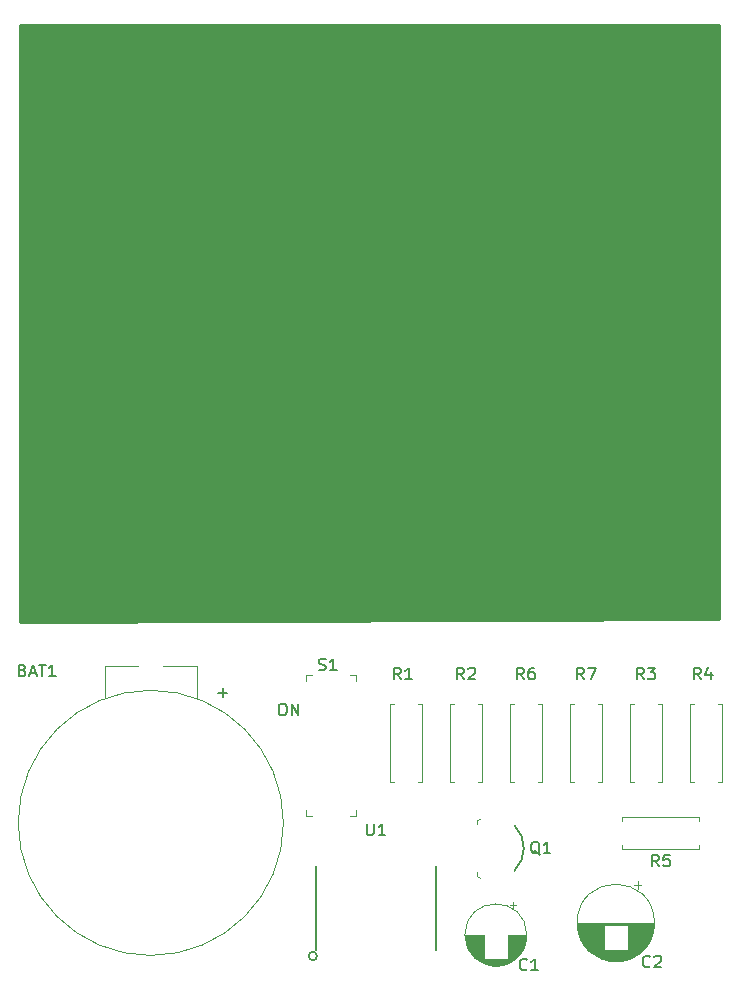
<source format=gto>
G04 #@! TF.GenerationSoftware,KiCad,Pcbnew,(5.1.5)-3*
G04 #@! TF.CreationDate,2020-05-01T19:17:31-04:00*
G04 #@! TF.ProjectId,555_Badge,3535355f-4261-4646-9765-2e6b69636164,v01*
G04 #@! TF.SameCoordinates,Original*
G04 #@! TF.FileFunction,Legend,Top*
G04 #@! TF.FilePolarity,Positive*
%FSLAX46Y46*%
G04 Gerber Fmt 4.6, Leading zero omitted, Abs format (unit mm)*
G04 Created by KiCad (PCBNEW (5.1.5)-3) date 2020-05-01 19:17:31*
%MOMM*%
%LPD*%
G04 APERTURE LIST*
%ADD10C,0.150000*%
%ADD11C,0.100000*%
%ADD12C,0.120000*%
%ADD13C,0.203200*%
%ADD14C,0.254000*%
G04 APERTURE END LIST*
D10*
X150764952Y-105878380D02*
X150955428Y-105878380D01*
X151050666Y-105926000D01*
X151145904Y-106021238D01*
X151193523Y-106211714D01*
X151193523Y-106545047D01*
X151145904Y-106735523D01*
X151050666Y-106830761D01*
X150955428Y-106878380D01*
X150764952Y-106878380D01*
X150669714Y-106830761D01*
X150574476Y-106735523D01*
X150526857Y-106545047D01*
X150526857Y-106211714D01*
X150574476Y-106021238D01*
X150669714Y-105926000D01*
X150764952Y-105878380D01*
X151622095Y-106878380D02*
X151622095Y-105878380D01*
X152193523Y-106878380D01*
X152193523Y-105878380D01*
X145415047Y-104973428D02*
X146176952Y-104973428D01*
X145796000Y-105354380D02*
X145796000Y-104592476D01*
D11*
X143611600Y-102666800D02*
X140766800Y-102666800D01*
X135788400Y-102666800D02*
X138633200Y-102666800D01*
X143611600Y-105410000D02*
X143611600Y-102666800D01*
X135788400Y-105410000D02*
X135788400Y-102666800D01*
X150926800Y-115976400D02*
G75*
G03X150926800Y-115976400I-11226800J0D01*
G01*
D12*
X171530000Y-125460000D02*
G75*
G03X171530000Y-125460000I-2620000J0D01*
G01*
X167870000Y-125460000D02*
X166330000Y-125460000D01*
X171490000Y-125460000D02*
X169950000Y-125460000D01*
X167870000Y-125500000D02*
X166330000Y-125500000D01*
X171490000Y-125500000D02*
X169950000Y-125500000D01*
X171489000Y-125540000D02*
X169950000Y-125540000D01*
X167870000Y-125540000D02*
X166331000Y-125540000D01*
X171488000Y-125580000D02*
X169950000Y-125580000D01*
X167870000Y-125580000D02*
X166332000Y-125580000D01*
X171486000Y-125620000D02*
X169950000Y-125620000D01*
X167870000Y-125620000D02*
X166334000Y-125620000D01*
X171483000Y-125660000D02*
X169950000Y-125660000D01*
X167870000Y-125660000D02*
X166337000Y-125660000D01*
X171479000Y-125700000D02*
X169950000Y-125700000D01*
X167870000Y-125700000D02*
X166341000Y-125700000D01*
X171475000Y-125740000D02*
X169950000Y-125740000D01*
X167870000Y-125740000D02*
X166345000Y-125740000D01*
X171471000Y-125780000D02*
X169950000Y-125780000D01*
X167870000Y-125780000D02*
X166349000Y-125780000D01*
X171466000Y-125820000D02*
X169950000Y-125820000D01*
X167870000Y-125820000D02*
X166354000Y-125820000D01*
X171460000Y-125860000D02*
X169950000Y-125860000D01*
X167870000Y-125860000D02*
X166360000Y-125860000D01*
X171453000Y-125900000D02*
X169950000Y-125900000D01*
X167870000Y-125900000D02*
X166367000Y-125900000D01*
X171446000Y-125940000D02*
X169950000Y-125940000D01*
X167870000Y-125940000D02*
X166374000Y-125940000D01*
X171438000Y-125980000D02*
X169950000Y-125980000D01*
X167870000Y-125980000D02*
X166382000Y-125980000D01*
X171430000Y-126020000D02*
X169950000Y-126020000D01*
X167870000Y-126020000D02*
X166390000Y-126020000D01*
X171421000Y-126060000D02*
X169950000Y-126060000D01*
X167870000Y-126060000D02*
X166399000Y-126060000D01*
X171411000Y-126100000D02*
X169950000Y-126100000D01*
X167870000Y-126100000D02*
X166409000Y-126100000D01*
X171401000Y-126140000D02*
X169950000Y-126140000D01*
X167870000Y-126140000D02*
X166419000Y-126140000D01*
X171390000Y-126181000D02*
X169950000Y-126181000D01*
X167870000Y-126181000D02*
X166430000Y-126181000D01*
X171378000Y-126221000D02*
X169950000Y-126221000D01*
X167870000Y-126221000D02*
X166442000Y-126221000D01*
X171365000Y-126261000D02*
X169950000Y-126261000D01*
X167870000Y-126261000D02*
X166455000Y-126261000D01*
X171352000Y-126301000D02*
X169950000Y-126301000D01*
X167870000Y-126301000D02*
X166468000Y-126301000D01*
X171338000Y-126341000D02*
X169950000Y-126341000D01*
X167870000Y-126341000D02*
X166482000Y-126341000D01*
X171324000Y-126381000D02*
X169950000Y-126381000D01*
X167870000Y-126381000D02*
X166496000Y-126381000D01*
X171308000Y-126421000D02*
X169950000Y-126421000D01*
X167870000Y-126421000D02*
X166512000Y-126421000D01*
X171292000Y-126461000D02*
X169950000Y-126461000D01*
X167870000Y-126461000D02*
X166528000Y-126461000D01*
X171275000Y-126501000D02*
X169950000Y-126501000D01*
X167870000Y-126501000D02*
X166545000Y-126501000D01*
X171258000Y-126541000D02*
X169950000Y-126541000D01*
X167870000Y-126541000D02*
X166562000Y-126541000D01*
X171239000Y-126581000D02*
X169950000Y-126581000D01*
X167870000Y-126581000D02*
X166581000Y-126581000D01*
X171220000Y-126621000D02*
X169950000Y-126621000D01*
X167870000Y-126621000D02*
X166600000Y-126621000D01*
X171200000Y-126661000D02*
X169950000Y-126661000D01*
X167870000Y-126661000D02*
X166620000Y-126661000D01*
X171178000Y-126701000D02*
X169950000Y-126701000D01*
X167870000Y-126701000D02*
X166642000Y-126701000D01*
X171157000Y-126741000D02*
X169950000Y-126741000D01*
X167870000Y-126741000D02*
X166663000Y-126741000D01*
X171134000Y-126781000D02*
X169950000Y-126781000D01*
X167870000Y-126781000D02*
X166686000Y-126781000D01*
X171110000Y-126821000D02*
X169950000Y-126821000D01*
X167870000Y-126821000D02*
X166710000Y-126821000D01*
X171085000Y-126861000D02*
X169950000Y-126861000D01*
X167870000Y-126861000D02*
X166735000Y-126861000D01*
X171059000Y-126901000D02*
X169950000Y-126901000D01*
X167870000Y-126901000D02*
X166761000Y-126901000D01*
X171032000Y-126941000D02*
X169950000Y-126941000D01*
X167870000Y-126941000D02*
X166788000Y-126941000D01*
X171005000Y-126981000D02*
X169950000Y-126981000D01*
X167870000Y-126981000D02*
X166815000Y-126981000D01*
X170975000Y-127021000D02*
X169950000Y-127021000D01*
X167870000Y-127021000D02*
X166845000Y-127021000D01*
X170945000Y-127061000D02*
X169950000Y-127061000D01*
X167870000Y-127061000D02*
X166875000Y-127061000D01*
X170914000Y-127101000D02*
X169950000Y-127101000D01*
X167870000Y-127101000D02*
X166906000Y-127101000D01*
X170881000Y-127141000D02*
X169950000Y-127141000D01*
X167870000Y-127141000D02*
X166939000Y-127141000D01*
X170847000Y-127181000D02*
X169950000Y-127181000D01*
X167870000Y-127181000D02*
X166973000Y-127181000D01*
X170811000Y-127221000D02*
X169950000Y-127221000D01*
X167870000Y-127221000D02*
X167009000Y-127221000D01*
X170774000Y-127261000D02*
X169950000Y-127261000D01*
X167870000Y-127261000D02*
X167046000Y-127261000D01*
X170736000Y-127301000D02*
X169950000Y-127301000D01*
X167870000Y-127301000D02*
X167084000Y-127301000D01*
X170695000Y-127341000D02*
X169950000Y-127341000D01*
X167870000Y-127341000D02*
X167125000Y-127341000D01*
X170653000Y-127381000D02*
X169950000Y-127381000D01*
X167870000Y-127381000D02*
X167167000Y-127381000D01*
X170609000Y-127421000D02*
X169950000Y-127421000D01*
X167870000Y-127421000D02*
X167211000Y-127421000D01*
X170563000Y-127461000D02*
X169950000Y-127461000D01*
X167870000Y-127461000D02*
X167257000Y-127461000D01*
X170515000Y-127501000D02*
X167305000Y-127501000D01*
X170464000Y-127541000D02*
X167356000Y-127541000D01*
X170410000Y-127581000D02*
X167410000Y-127581000D01*
X170353000Y-127621000D02*
X167467000Y-127621000D01*
X170293000Y-127661000D02*
X167527000Y-127661000D01*
X170229000Y-127701000D02*
X167591000Y-127701000D01*
X170161000Y-127741000D02*
X167659000Y-127741000D01*
X170088000Y-127781000D02*
X167732000Y-127781000D01*
X170008000Y-127821000D02*
X167812000Y-127821000D01*
X169921000Y-127861000D02*
X167899000Y-127861000D01*
X169825000Y-127901000D02*
X167995000Y-127901000D01*
X169715000Y-127941000D02*
X168105000Y-127941000D01*
X169587000Y-127981000D02*
X168233000Y-127981000D01*
X169428000Y-128021000D02*
X168392000Y-128021000D01*
X169194000Y-128061000D02*
X168626000Y-128061000D01*
X170385000Y-122655225D02*
X170385000Y-123155225D01*
X170635000Y-122905225D02*
X170135000Y-122905225D01*
X182340000Y-124440000D02*
G75*
G03X182340000Y-124440000I-3270000J0D01*
G01*
X182300000Y-124440000D02*
X175840000Y-124440000D01*
X182300000Y-124480000D02*
X175840000Y-124480000D01*
X182300000Y-124520000D02*
X175840000Y-124520000D01*
X182298000Y-124560000D02*
X175842000Y-124560000D01*
X182297000Y-124600000D02*
X175843000Y-124600000D01*
X182294000Y-124640000D02*
X175846000Y-124640000D01*
X182292000Y-124680000D02*
X180110000Y-124680000D01*
X178030000Y-124680000D02*
X175848000Y-124680000D01*
X182288000Y-124720000D02*
X180110000Y-124720000D01*
X178030000Y-124720000D02*
X175852000Y-124720000D01*
X182285000Y-124760000D02*
X180110000Y-124760000D01*
X178030000Y-124760000D02*
X175855000Y-124760000D01*
X182281000Y-124800000D02*
X180110000Y-124800000D01*
X178030000Y-124800000D02*
X175859000Y-124800000D01*
X182276000Y-124840000D02*
X180110000Y-124840000D01*
X178030000Y-124840000D02*
X175864000Y-124840000D01*
X182271000Y-124880000D02*
X180110000Y-124880000D01*
X178030000Y-124880000D02*
X175869000Y-124880000D01*
X182265000Y-124920000D02*
X180110000Y-124920000D01*
X178030000Y-124920000D02*
X175875000Y-124920000D01*
X182259000Y-124960000D02*
X180110000Y-124960000D01*
X178030000Y-124960000D02*
X175881000Y-124960000D01*
X182252000Y-125000000D02*
X180110000Y-125000000D01*
X178030000Y-125000000D02*
X175888000Y-125000000D01*
X182245000Y-125040000D02*
X180110000Y-125040000D01*
X178030000Y-125040000D02*
X175895000Y-125040000D01*
X182237000Y-125080000D02*
X180110000Y-125080000D01*
X178030000Y-125080000D02*
X175903000Y-125080000D01*
X182229000Y-125120000D02*
X180110000Y-125120000D01*
X178030000Y-125120000D02*
X175911000Y-125120000D01*
X182220000Y-125161000D02*
X180110000Y-125161000D01*
X178030000Y-125161000D02*
X175920000Y-125161000D01*
X182211000Y-125201000D02*
X180110000Y-125201000D01*
X178030000Y-125201000D02*
X175929000Y-125201000D01*
X182201000Y-125241000D02*
X180110000Y-125241000D01*
X178030000Y-125241000D02*
X175939000Y-125241000D01*
X182191000Y-125281000D02*
X180110000Y-125281000D01*
X178030000Y-125281000D02*
X175949000Y-125281000D01*
X182180000Y-125321000D02*
X180110000Y-125321000D01*
X178030000Y-125321000D02*
X175960000Y-125321000D01*
X182168000Y-125361000D02*
X180110000Y-125361000D01*
X178030000Y-125361000D02*
X175972000Y-125361000D01*
X182156000Y-125401000D02*
X180110000Y-125401000D01*
X178030000Y-125401000D02*
X175984000Y-125401000D01*
X182144000Y-125441000D02*
X180110000Y-125441000D01*
X178030000Y-125441000D02*
X175996000Y-125441000D01*
X182131000Y-125481000D02*
X180110000Y-125481000D01*
X178030000Y-125481000D02*
X176009000Y-125481000D01*
X182117000Y-125521000D02*
X180110000Y-125521000D01*
X178030000Y-125521000D02*
X176023000Y-125521000D01*
X182103000Y-125561000D02*
X180110000Y-125561000D01*
X178030000Y-125561000D02*
X176037000Y-125561000D01*
X182088000Y-125601000D02*
X180110000Y-125601000D01*
X178030000Y-125601000D02*
X176052000Y-125601000D01*
X182072000Y-125641000D02*
X180110000Y-125641000D01*
X178030000Y-125641000D02*
X176068000Y-125641000D01*
X182056000Y-125681000D02*
X180110000Y-125681000D01*
X178030000Y-125681000D02*
X176084000Y-125681000D01*
X182040000Y-125721000D02*
X180110000Y-125721000D01*
X178030000Y-125721000D02*
X176100000Y-125721000D01*
X182022000Y-125761000D02*
X180110000Y-125761000D01*
X178030000Y-125761000D02*
X176118000Y-125761000D01*
X182004000Y-125801000D02*
X180110000Y-125801000D01*
X178030000Y-125801000D02*
X176136000Y-125801000D01*
X181986000Y-125841000D02*
X180110000Y-125841000D01*
X178030000Y-125841000D02*
X176154000Y-125841000D01*
X181966000Y-125881000D02*
X180110000Y-125881000D01*
X178030000Y-125881000D02*
X176174000Y-125881000D01*
X181946000Y-125921000D02*
X180110000Y-125921000D01*
X178030000Y-125921000D02*
X176194000Y-125921000D01*
X181926000Y-125961000D02*
X180110000Y-125961000D01*
X178030000Y-125961000D02*
X176214000Y-125961000D01*
X181904000Y-126001000D02*
X180110000Y-126001000D01*
X178030000Y-126001000D02*
X176236000Y-126001000D01*
X181882000Y-126041000D02*
X180110000Y-126041000D01*
X178030000Y-126041000D02*
X176258000Y-126041000D01*
X181860000Y-126081000D02*
X180110000Y-126081000D01*
X178030000Y-126081000D02*
X176280000Y-126081000D01*
X181836000Y-126121000D02*
X180110000Y-126121000D01*
X178030000Y-126121000D02*
X176304000Y-126121000D01*
X181812000Y-126161000D02*
X180110000Y-126161000D01*
X178030000Y-126161000D02*
X176328000Y-126161000D01*
X181786000Y-126201000D02*
X180110000Y-126201000D01*
X178030000Y-126201000D02*
X176354000Y-126201000D01*
X181760000Y-126241000D02*
X180110000Y-126241000D01*
X178030000Y-126241000D02*
X176380000Y-126241000D01*
X181734000Y-126281000D02*
X180110000Y-126281000D01*
X178030000Y-126281000D02*
X176406000Y-126281000D01*
X181706000Y-126321000D02*
X180110000Y-126321000D01*
X178030000Y-126321000D02*
X176434000Y-126321000D01*
X181677000Y-126361000D02*
X180110000Y-126361000D01*
X178030000Y-126361000D02*
X176463000Y-126361000D01*
X181648000Y-126401000D02*
X180110000Y-126401000D01*
X178030000Y-126401000D02*
X176492000Y-126401000D01*
X181618000Y-126441000D02*
X180110000Y-126441000D01*
X178030000Y-126441000D02*
X176522000Y-126441000D01*
X181586000Y-126481000D02*
X180110000Y-126481000D01*
X178030000Y-126481000D02*
X176554000Y-126481000D01*
X181554000Y-126521000D02*
X180110000Y-126521000D01*
X178030000Y-126521000D02*
X176586000Y-126521000D01*
X181520000Y-126561000D02*
X180110000Y-126561000D01*
X178030000Y-126561000D02*
X176620000Y-126561000D01*
X181486000Y-126601000D02*
X180110000Y-126601000D01*
X178030000Y-126601000D02*
X176654000Y-126601000D01*
X181450000Y-126641000D02*
X180110000Y-126641000D01*
X178030000Y-126641000D02*
X176690000Y-126641000D01*
X181413000Y-126681000D02*
X180110000Y-126681000D01*
X178030000Y-126681000D02*
X176727000Y-126681000D01*
X181375000Y-126721000D02*
X180110000Y-126721000D01*
X178030000Y-126721000D02*
X176765000Y-126721000D01*
X181335000Y-126761000D02*
X176805000Y-126761000D01*
X181294000Y-126801000D02*
X176846000Y-126801000D01*
X181252000Y-126841000D02*
X176888000Y-126841000D01*
X181207000Y-126881000D02*
X176933000Y-126881000D01*
X181162000Y-126921000D02*
X176978000Y-126921000D01*
X181114000Y-126961000D02*
X177026000Y-126961000D01*
X181065000Y-127001000D02*
X177075000Y-127001000D01*
X181014000Y-127041000D02*
X177126000Y-127041000D01*
X180960000Y-127081000D02*
X177180000Y-127081000D01*
X180904000Y-127121000D02*
X177236000Y-127121000D01*
X180846000Y-127161000D02*
X177294000Y-127161000D01*
X180784000Y-127201000D02*
X177356000Y-127201000D01*
X180720000Y-127241000D02*
X177420000Y-127241000D01*
X180651000Y-127281000D02*
X177489000Y-127281000D01*
X180579000Y-127321000D02*
X177561000Y-127321000D01*
X180502000Y-127361000D02*
X177638000Y-127361000D01*
X180420000Y-127401000D02*
X177720000Y-127401000D01*
X180332000Y-127441000D02*
X177808000Y-127441000D01*
X180235000Y-127481000D02*
X177905000Y-127481000D01*
X180129000Y-127521000D02*
X178011000Y-127521000D01*
X180010000Y-127561000D02*
X178130000Y-127561000D01*
X179872000Y-127601000D02*
X178268000Y-127601000D01*
X179703000Y-127641000D02*
X178437000Y-127641000D01*
X179472000Y-127681000D02*
X178668000Y-127681000D01*
X180909000Y-120939759D02*
X180909000Y-121569759D01*
X181224000Y-121254759D02*
X180594000Y-121254759D01*
X139891392Y-63097665D02*
G75*
G03X139734484Y-66330000I1078608J-1672335D01*
G01*
X142048608Y-63097665D02*
G75*
G02X142205516Y-66330000I-1078608J-1672335D01*
G01*
X139890163Y-63728870D02*
G75*
G03X139890000Y-65810961I1079837J-1041130D01*
G01*
X142049837Y-63728870D02*
G75*
G02X142050000Y-65810961I-1079837J-1041130D01*
G01*
X139734000Y-66330000D02*
X139890000Y-66330000D01*
X142050000Y-66330000D02*
X142206000Y-66330000D01*
X176340000Y-66330000D02*
X176496000Y-66330000D01*
X174024000Y-66330000D02*
X174180000Y-66330000D01*
X176339837Y-63728870D02*
G75*
G02X176340000Y-65810961I-1079837J-1041130D01*
G01*
X174180163Y-63728870D02*
G75*
G03X174180000Y-65810961I1079837J-1041130D01*
G01*
X176338608Y-63097665D02*
G75*
G02X176495516Y-66330000I-1078608J-1672335D01*
G01*
X174181392Y-63097665D02*
G75*
G03X174024484Y-66330000I1078608J-1672335D01*
G01*
D10*
X170460000Y-120060000D02*
G75*
G03X170510000Y-116210000I-1900000J1950000D01*
G01*
D11*
X167310000Y-120460000D02*
X167610000Y-120610000D01*
X167310000Y-120460000D02*
X167310000Y-120160000D01*
X167310000Y-116060000D02*
X167310000Y-115760000D01*
X167310000Y-115760000D02*
X167610000Y-115610000D01*
D12*
X160250000Y-112490000D02*
X159920000Y-112490000D01*
X159920000Y-112490000D02*
X159920000Y-105950000D01*
X159920000Y-105950000D02*
X160250000Y-105950000D01*
X162330000Y-112490000D02*
X162660000Y-112490000D01*
X162660000Y-112490000D02*
X162660000Y-105950000D01*
X162660000Y-105950000D02*
X162330000Y-105950000D01*
X167740000Y-105950000D02*
X167410000Y-105950000D01*
X167740000Y-112490000D02*
X167740000Y-105950000D01*
X167410000Y-112490000D02*
X167740000Y-112490000D01*
X165000000Y-105950000D02*
X165330000Y-105950000D01*
X165000000Y-112490000D02*
X165000000Y-105950000D01*
X165330000Y-112490000D02*
X165000000Y-112490000D01*
X180570000Y-112490000D02*
X180240000Y-112490000D01*
X180240000Y-112490000D02*
X180240000Y-105950000D01*
X180240000Y-105950000D02*
X180570000Y-105950000D01*
X182650000Y-112490000D02*
X182980000Y-112490000D01*
X182980000Y-112490000D02*
X182980000Y-105950000D01*
X182980000Y-105950000D02*
X182650000Y-105950000D01*
X187730000Y-105950000D02*
X188060000Y-105950000D01*
X188060000Y-105950000D02*
X188060000Y-112490000D01*
X188060000Y-112490000D02*
X187730000Y-112490000D01*
X185650000Y-105950000D02*
X185320000Y-105950000D01*
X185320000Y-105950000D02*
X185320000Y-112490000D01*
X185320000Y-112490000D02*
X185650000Y-112490000D01*
X179610000Y-115470000D02*
X179610000Y-115800000D01*
X186150000Y-115470000D02*
X179610000Y-115470000D01*
X186150000Y-115800000D02*
X186150000Y-115470000D01*
X179610000Y-118210000D02*
X179610000Y-117880000D01*
X186150000Y-118210000D02*
X179610000Y-118210000D01*
X186150000Y-117880000D02*
X186150000Y-118210000D01*
X172820000Y-105950000D02*
X172490000Y-105950000D01*
X172820000Y-112490000D02*
X172820000Y-105950000D01*
X172490000Y-112490000D02*
X172820000Y-112490000D01*
X170080000Y-105950000D02*
X170410000Y-105950000D01*
X170080000Y-112490000D02*
X170080000Y-105950000D01*
X170410000Y-112490000D02*
X170080000Y-112490000D01*
X175490000Y-112490000D02*
X175160000Y-112490000D01*
X175160000Y-112490000D02*
X175160000Y-105950000D01*
X175160000Y-105950000D02*
X175490000Y-105950000D01*
X177570000Y-112490000D02*
X177900000Y-112490000D01*
X177900000Y-112490000D02*
X177900000Y-105950000D01*
X177900000Y-105950000D02*
X177570000Y-105950000D01*
D11*
X157040000Y-103460000D02*
X157040000Y-103960000D01*
X157040000Y-103460000D02*
X156540000Y-103460000D01*
X157040000Y-115360000D02*
X157040000Y-114860000D01*
X157040000Y-115360000D02*
X156540000Y-115360000D01*
X152840000Y-115360000D02*
X152840000Y-114860000D01*
X152840000Y-115360000D02*
X153340000Y-115360000D01*
X152840000Y-103460000D02*
X153340000Y-103460000D01*
X152840000Y-103460000D02*
X152840000Y-103960000D01*
D13*
X153775210Y-127254000D02*
G75*
G03X153775210Y-127254000I-359210J0D01*
G01*
X153670000Y-126746000D02*
X153670000Y-119634000D01*
X163830000Y-126746000D02*
X163830000Y-119634000D01*
D10*
X128833714Y-103052571D02*
X128976571Y-103100190D01*
X129024190Y-103147809D01*
X129071809Y-103243047D01*
X129071809Y-103385904D01*
X129024190Y-103481142D01*
X128976571Y-103528761D01*
X128881333Y-103576380D01*
X128500380Y-103576380D01*
X128500380Y-102576380D01*
X128833714Y-102576380D01*
X128928952Y-102624000D01*
X128976571Y-102671619D01*
X129024190Y-102766857D01*
X129024190Y-102862095D01*
X128976571Y-102957333D01*
X128928952Y-103004952D01*
X128833714Y-103052571D01*
X128500380Y-103052571D01*
X129452761Y-103290666D02*
X129928952Y-103290666D01*
X129357523Y-103576380D02*
X129690857Y-102576380D01*
X130024190Y-103576380D01*
X130214666Y-102576380D02*
X130786095Y-102576380D01*
X130500380Y-103576380D02*
X130500380Y-102576380D01*
X131643238Y-103576380D02*
X131071809Y-103576380D01*
X131357523Y-103576380D02*
X131357523Y-102576380D01*
X131262285Y-102719238D01*
X131167047Y-102814476D01*
X131071809Y-102862095D01*
X171537333Y-128373142D02*
X171489714Y-128420761D01*
X171346857Y-128468380D01*
X171251619Y-128468380D01*
X171108761Y-128420761D01*
X171013523Y-128325523D01*
X170965904Y-128230285D01*
X170918285Y-128039809D01*
X170918285Y-127896952D01*
X170965904Y-127706476D01*
X171013523Y-127611238D01*
X171108761Y-127516000D01*
X171251619Y-127468380D01*
X171346857Y-127468380D01*
X171489714Y-127516000D01*
X171537333Y-127563619D01*
X172489714Y-128468380D02*
X171918285Y-128468380D01*
X172204000Y-128468380D02*
X172204000Y-127468380D01*
X172108761Y-127611238D01*
X172013523Y-127706476D01*
X171918285Y-127754095D01*
X181951333Y-128119142D02*
X181903714Y-128166761D01*
X181760857Y-128214380D01*
X181665619Y-128214380D01*
X181522761Y-128166761D01*
X181427523Y-128071523D01*
X181379904Y-127976285D01*
X181332285Y-127785809D01*
X181332285Y-127642952D01*
X181379904Y-127452476D01*
X181427523Y-127357238D01*
X181522761Y-127262000D01*
X181665619Y-127214380D01*
X181760857Y-127214380D01*
X181903714Y-127262000D01*
X181951333Y-127309619D01*
X182332285Y-127309619D02*
X182379904Y-127262000D01*
X182475142Y-127214380D01*
X182713238Y-127214380D01*
X182808476Y-127262000D01*
X182856095Y-127309619D01*
X182903714Y-127404857D01*
X182903714Y-127500095D01*
X182856095Y-127642952D01*
X182284666Y-128214380D01*
X182903714Y-128214380D01*
X140231904Y-61920380D02*
X140231904Y-60920380D01*
X140470000Y-60920380D01*
X140612857Y-60968000D01*
X140708095Y-61063238D01*
X140755714Y-61158476D01*
X140803333Y-61348952D01*
X140803333Y-61491809D01*
X140755714Y-61682285D01*
X140708095Y-61777523D01*
X140612857Y-61872761D01*
X140470000Y-61920380D01*
X140231904Y-61920380D01*
X141755714Y-61920380D02*
X141184285Y-61920380D01*
X141470000Y-61920380D02*
X141470000Y-60920380D01*
X141374761Y-61063238D01*
X141279523Y-61158476D01*
X141184285Y-61206095D01*
X174521904Y-61920380D02*
X174521904Y-60920380D01*
X174760000Y-60920380D01*
X174902857Y-60968000D01*
X174998095Y-61063238D01*
X175045714Y-61158476D01*
X175093333Y-61348952D01*
X175093333Y-61491809D01*
X175045714Y-61682285D01*
X174998095Y-61777523D01*
X174902857Y-61872761D01*
X174760000Y-61920380D01*
X174521904Y-61920380D01*
X175474285Y-61015619D02*
X175521904Y-60968000D01*
X175617142Y-60920380D01*
X175855238Y-60920380D01*
X175950476Y-60968000D01*
X175998095Y-61015619D01*
X176045714Y-61110857D01*
X176045714Y-61206095D01*
X175998095Y-61348952D01*
X175426666Y-61920380D01*
X176045714Y-61920380D01*
X172624761Y-118657619D02*
X172529523Y-118610000D01*
X172434285Y-118514761D01*
X172291428Y-118371904D01*
X172196190Y-118324285D01*
X172100952Y-118324285D01*
X172148571Y-118562380D02*
X172053333Y-118514761D01*
X171958095Y-118419523D01*
X171910476Y-118229047D01*
X171910476Y-117895714D01*
X171958095Y-117705238D01*
X172053333Y-117610000D01*
X172148571Y-117562380D01*
X172339047Y-117562380D01*
X172434285Y-117610000D01*
X172529523Y-117705238D01*
X172577142Y-117895714D01*
X172577142Y-118229047D01*
X172529523Y-118419523D01*
X172434285Y-118514761D01*
X172339047Y-118562380D01*
X172148571Y-118562380D01*
X173529523Y-118562380D02*
X172958095Y-118562380D01*
X173243809Y-118562380D02*
X173243809Y-117562380D01*
X173148571Y-117705238D01*
X173053333Y-117800476D01*
X172958095Y-117848095D01*
X160869333Y-103830380D02*
X160536000Y-103354190D01*
X160297904Y-103830380D02*
X160297904Y-102830380D01*
X160678857Y-102830380D01*
X160774095Y-102878000D01*
X160821714Y-102925619D01*
X160869333Y-103020857D01*
X160869333Y-103163714D01*
X160821714Y-103258952D01*
X160774095Y-103306571D01*
X160678857Y-103354190D01*
X160297904Y-103354190D01*
X161821714Y-103830380D02*
X161250285Y-103830380D01*
X161536000Y-103830380D02*
X161536000Y-102830380D01*
X161440761Y-102973238D01*
X161345523Y-103068476D01*
X161250285Y-103116095D01*
X166203333Y-103830380D02*
X165870000Y-103354190D01*
X165631904Y-103830380D02*
X165631904Y-102830380D01*
X166012857Y-102830380D01*
X166108095Y-102878000D01*
X166155714Y-102925619D01*
X166203333Y-103020857D01*
X166203333Y-103163714D01*
X166155714Y-103258952D01*
X166108095Y-103306571D01*
X166012857Y-103354190D01*
X165631904Y-103354190D01*
X166584285Y-102925619D02*
X166631904Y-102878000D01*
X166727142Y-102830380D01*
X166965238Y-102830380D01*
X167060476Y-102878000D01*
X167108095Y-102925619D01*
X167155714Y-103020857D01*
X167155714Y-103116095D01*
X167108095Y-103258952D01*
X166536666Y-103830380D01*
X167155714Y-103830380D01*
X181443333Y-103830380D02*
X181110000Y-103354190D01*
X180871904Y-103830380D02*
X180871904Y-102830380D01*
X181252857Y-102830380D01*
X181348095Y-102878000D01*
X181395714Y-102925619D01*
X181443333Y-103020857D01*
X181443333Y-103163714D01*
X181395714Y-103258952D01*
X181348095Y-103306571D01*
X181252857Y-103354190D01*
X180871904Y-103354190D01*
X181776666Y-102830380D02*
X182395714Y-102830380D01*
X182062380Y-103211333D01*
X182205238Y-103211333D01*
X182300476Y-103258952D01*
X182348095Y-103306571D01*
X182395714Y-103401809D01*
X182395714Y-103639904D01*
X182348095Y-103735142D01*
X182300476Y-103782761D01*
X182205238Y-103830380D01*
X181919523Y-103830380D01*
X181824285Y-103782761D01*
X181776666Y-103735142D01*
X186269333Y-103830380D02*
X185936000Y-103354190D01*
X185697904Y-103830380D02*
X185697904Y-102830380D01*
X186078857Y-102830380D01*
X186174095Y-102878000D01*
X186221714Y-102925619D01*
X186269333Y-103020857D01*
X186269333Y-103163714D01*
X186221714Y-103258952D01*
X186174095Y-103306571D01*
X186078857Y-103354190D01*
X185697904Y-103354190D01*
X187126476Y-103163714D02*
X187126476Y-103830380D01*
X186888380Y-102782761D02*
X186650285Y-103497047D01*
X187269333Y-103497047D01*
X182713333Y-119662380D02*
X182380000Y-119186190D01*
X182141904Y-119662380D02*
X182141904Y-118662380D01*
X182522857Y-118662380D01*
X182618095Y-118710000D01*
X182665714Y-118757619D01*
X182713333Y-118852857D01*
X182713333Y-118995714D01*
X182665714Y-119090952D01*
X182618095Y-119138571D01*
X182522857Y-119186190D01*
X182141904Y-119186190D01*
X183618095Y-118662380D02*
X183141904Y-118662380D01*
X183094285Y-119138571D01*
X183141904Y-119090952D01*
X183237142Y-119043333D01*
X183475238Y-119043333D01*
X183570476Y-119090952D01*
X183618095Y-119138571D01*
X183665714Y-119233809D01*
X183665714Y-119471904D01*
X183618095Y-119567142D01*
X183570476Y-119614761D01*
X183475238Y-119662380D01*
X183237142Y-119662380D01*
X183141904Y-119614761D01*
X183094285Y-119567142D01*
X171283333Y-103830380D02*
X170950000Y-103354190D01*
X170711904Y-103830380D02*
X170711904Y-102830380D01*
X171092857Y-102830380D01*
X171188095Y-102878000D01*
X171235714Y-102925619D01*
X171283333Y-103020857D01*
X171283333Y-103163714D01*
X171235714Y-103258952D01*
X171188095Y-103306571D01*
X171092857Y-103354190D01*
X170711904Y-103354190D01*
X172140476Y-102830380D02*
X171950000Y-102830380D01*
X171854761Y-102878000D01*
X171807142Y-102925619D01*
X171711904Y-103068476D01*
X171664285Y-103258952D01*
X171664285Y-103639904D01*
X171711904Y-103735142D01*
X171759523Y-103782761D01*
X171854761Y-103830380D01*
X172045238Y-103830380D01*
X172140476Y-103782761D01*
X172188095Y-103735142D01*
X172235714Y-103639904D01*
X172235714Y-103401809D01*
X172188095Y-103306571D01*
X172140476Y-103258952D01*
X172045238Y-103211333D01*
X171854761Y-103211333D01*
X171759523Y-103258952D01*
X171711904Y-103306571D01*
X171664285Y-103401809D01*
X176363333Y-103830380D02*
X176030000Y-103354190D01*
X175791904Y-103830380D02*
X175791904Y-102830380D01*
X176172857Y-102830380D01*
X176268095Y-102878000D01*
X176315714Y-102925619D01*
X176363333Y-103020857D01*
X176363333Y-103163714D01*
X176315714Y-103258952D01*
X176268095Y-103306571D01*
X176172857Y-103354190D01*
X175791904Y-103354190D01*
X176696666Y-102830380D02*
X177363333Y-102830380D01*
X176934761Y-103830380D01*
X153924095Y-103020761D02*
X154066952Y-103068380D01*
X154305047Y-103068380D01*
X154400285Y-103020761D01*
X154447904Y-102973142D01*
X154495523Y-102877904D01*
X154495523Y-102782666D01*
X154447904Y-102687428D01*
X154400285Y-102639809D01*
X154305047Y-102592190D01*
X154114571Y-102544571D01*
X154019333Y-102496952D01*
X153971714Y-102449333D01*
X153924095Y-102354095D01*
X153924095Y-102258857D01*
X153971714Y-102163619D01*
X154019333Y-102116000D01*
X154114571Y-102068380D01*
X154352666Y-102068380D01*
X154495523Y-102116000D01*
X155447904Y-103068380D02*
X154876476Y-103068380D01*
X155162190Y-103068380D02*
X155162190Y-102068380D01*
X155066952Y-102211238D01*
X154971714Y-102306476D01*
X154876476Y-102354095D01*
X157988095Y-116038380D02*
X157988095Y-116847904D01*
X158035714Y-116943142D01*
X158083333Y-116990761D01*
X158178571Y-117038380D01*
X158369047Y-117038380D01*
X158464285Y-116990761D01*
X158511904Y-116943142D01*
X158559523Y-116847904D01*
X158559523Y-116038380D01*
X159559523Y-117038380D02*
X158988095Y-117038380D01*
X159273809Y-117038380D02*
X159273809Y-116038380D01*
X159178571Y-116181238D01*
X159083333Y-116276476D01*
X158988095Y-116324095D01*
D14*
G36*
X187833000Y-98679541D02*
G01*
X128651000Y-98932456D01*
X128651000Y-48387000D01*
X187833000Y-48387000D01*
X187833000Y-98679541D01*
G37*
X187833000Y-98679541D02*
X128651000Y-98932456D01*
X128651000Y-48387000D01*
X187833000Y-48387000D01*
X187833000Y-98679541D01*
M02*

</source>
